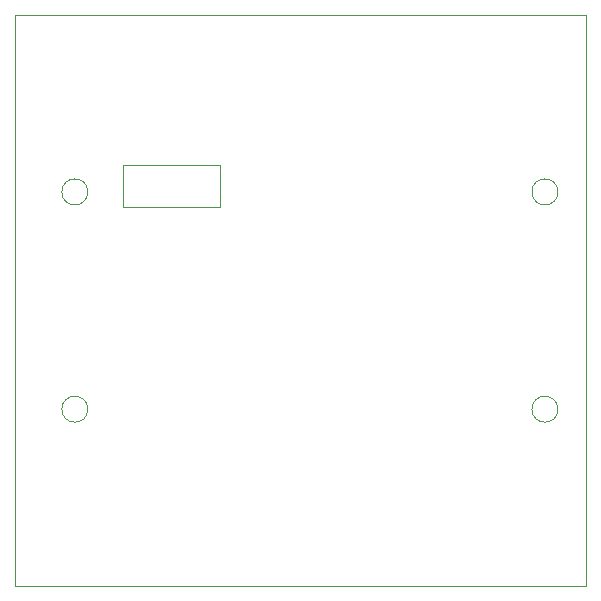
<source format=gbr>
%TF.GenerationSoftware,KiCad,Pcbnew,(5.1.4)-1*%
%TF.CreationDate,2019-10-25T20:37:58-07:00*%
%TF.ProjectId,SolarCellZ_v1,536f6c61-7243-4656-9c6c-5a5f76312e6b,rev?*%
%TF.SameCoordinates,Original*%
%TF.FileFunction,Profile,NP*%
%FSLAX46Y46*%
G04 Gerber Fmt 4.6, Leading zero omitted, Abs format (unit mm)*
G04 Created by KiCad (PCBNEW (5.1.4)-1) date 2019-10-25 20:37:58*
%MOMM*%
%LPD*%
G04 APERTURE LIST*
%ADD10C,0.050000*%
G04 APERTURE END LIST*
D10*
X99200000Y-52750000D02*
X99200000Y-56250000D01*
X99200000Y-56250000D02*
X107400000Y-56250000D01*
X107400000Y-52750000D02*
X107400000Y-56250000D01*
X99200000Y-52750000D02*
X107400000Y-52750000D01*
X96200000Y-73400000D02*
G75*
G03X96200000Y-73400000I-1100000J0D01*
G01*
X136000000Y-73400000D02*
G75*
G03X136000000Y-73400000I-1100000J0D01*
G01*
X136000000Y-55000000D02*
G75*
G03X136000000Y-55000000I-1100000J0D01*
G01*
X96200000Y-55000000D02*
G75*
G03X96200000Y-55000000I-1100000J0D01*
G01*
X138400000Y-88400000D02*
X90000000Y-88400000D01*
X90000000Y-88400000D02*
X90000000Y-40000000D01*
X138400000Y-40000000D02*
X138400000Y-88400000D01*
X90000000Y-40000000D02*
X138400000Y-40000000D01*
M02*

</source>
